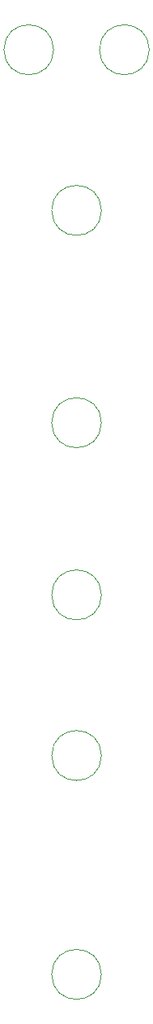
<source format=gbr>
%TF.GenerationSoftware,KiCad,Pcbnew,(5.1.6-0-10_14)*%
%TF.CreationDate,2020-12-13T12:36:13-06:00*%
%TF.ProjectId,auxboxPanel,61757862-6f78-4506-916e-656c2e6b6963,rev?*%
%TF.SameCoordinates,Original*%
%TF.FileFunction,Other,User*%
%FSLAX46Y46*%
G04 Gerber Fmt 4.6, Leading zero omitted, Abs format (unit mm)*
G04 Created by KiCad (PCBNEW (5.1.6-0-10_14)) date 2020-12-13 12:36:13*
%MOMM*%
%LPD*%
G01*
G04 APERTURE LIST*
%ADD10C,0.050000*%
G04 APERTURE END LIST*
D10*
%TO.C,REF\u002A\u002A*%
X57600000Y-57000000D02*
G75*
G03*
X57600000Y-57000000I-2600000J0D01*
G01*
X67600000Y-57000000D02*
G75*
G03*
X67600000Y-57000000I-2600000J0D01*
G01*
X62600000Y-73693899D02*
G75*
G03*
X62600000Y-73693899I-2600000J0D01*
G01*
X62600000Y-95766799D02*
G75*
G03*
X62600000Y-95766799I-2600000J0D01*
G01*
X62600000Y-113660698D02*
G75*
G03*
X62600000Y-113660698I-2600000J0D01*
G01*
X62600000Y-130354597D02*
G75*
G03*
X62600000Y-130354597I-2600000J0D01*
G01*
X62600000Y-153098500D02*
G75*
G03*
X62600000Y-153098500I-2600000J0D01*
G01*
%TD*%
M02*

</source>
